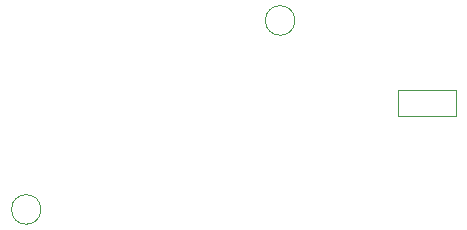
<source format=gbr>
G04 #@! TF.GenerationSoftware,KiCad,Pcbnew,8.0.4*
G04 #@! TF.CreationDate,2025-01-01T16:22:17-06:00*
G04 #@! TF.ProjectId,HVBoard,4856426f-6172-4642-9e6b-696361645f70,rev?*
G04 #@! TF.SameCoordinates,Original*
G04 #@! TF.FileFunction,Other,User*
%FSLAX46Y46*%
G04 Gerber Fmt 4.6, Leading zero omitted, Abs format (unit mm)*
G04 Created by KiCad (PCBNEW 8.0.4) date 2025-01-01 16:22:17*
%MOMM*%
%LPD*%
G01*
G04 APERTURE LIST*
%ADD10C,0.050000*%
G04 APERTURE END LIST*
D10*
G04 #@! TO.C,H2*
X62750000Y-13500000D02*
G75*
G02*
X60250000Y-13500000I-1250000J0D01*
G01*
X60250000Y-13500000D02*
G75*
G02*
X62750000Y-13500000I1250000J0D01*
G01*
G04 #@! TO.C,H1*
X41250000Y-29500000D02*
G75*
G02*
X38750000Y-29500000I-1250000J0D01*
G01*
X38750000Y-29500000D02*
G75*
G02*
X41250000Y-29500000I1250000J0D01*
G01*
G04 #@! TO.C,R9*
X71500000Y-19380000D02*
X76400000Y-19380000D01*
X71500000Y-21620000D02*
X71500000Y-19380000D01*
X76400000Y-19380000D02*
X76400000Y-21620000D01*
X76400000Y-21620000D02*
X71500000Y-21620000D01*
G04 #@! TD*
M02*

</source>
